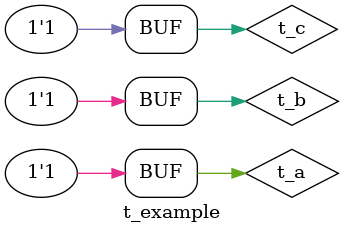
<source format=v>
module fa(a,b,c,s,cout);
input a, b, c;
output s, cout;
//continuous assignment
assign s=a^b^c;
assign cout = (a&b)|(a&c)|(b&c);
endmodule

//testbench

module t_example;
reg t_a, t_b, t_c;
wire t_cout, t_s;
fa in1(t_a, t_b, t_c, t_s, t_cout);
initial
begin
t_a = 0; t_b = 0; t_c = 0;
#20
t_c = 1;
#20
t_b = 1; t_c = 0;
#20
t_c = 1;
#20
t_a = 1; t_b = 0; t_c = 0;
#20
t_c = 1;
#20
t_b = 1; t_c = 0; 
#20
t_c = 1;
end
initial
begin
$dumpfile("ex1.vcd");
$dumpvars(0, t_fa);
$monitor("inputs: a = %b, b = %b, cin = %b | outputs: cout = %b, s = %b", 
t_a, t_b, t_c, t_cout, t_s);
end
endmodule 

</source>
